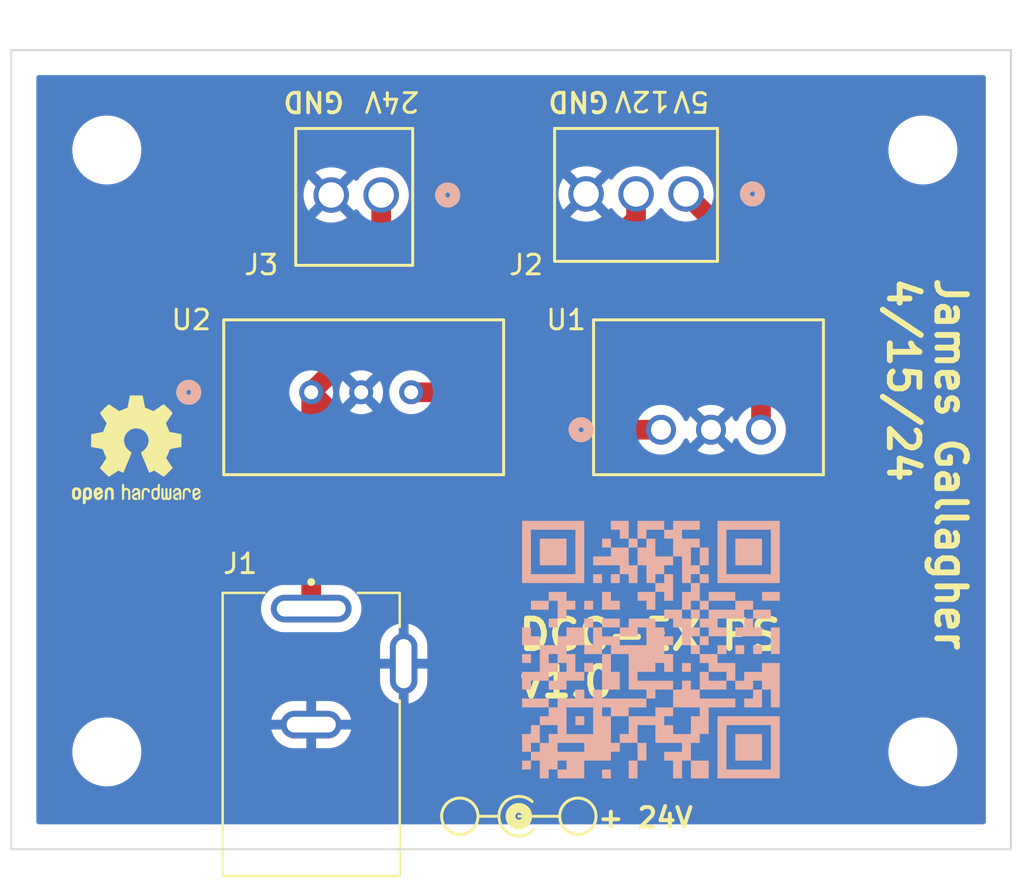
<source format=kicad_pcb>
(kicad_pcb (version 20240108) (generator "pcbnew") (generator_version "8.0")
  (layers (0 "F.Cu" signal) (31 "B.Cu" signal) (34 "B.Paste" user) (35 "F.Paste" user) (36 "B.SilkS" user "B.Silkscreen") (37 "F.SilkS" user "F.Silkscreen") (38 "B.Mask" user) (39 "F.Mask" user) (44 "Edge.Cuts" user))
  (net 0 "")
  (net 1 "Net-(U1-+VOUT)")
  (net 2 "GND")
  (net 3 "Net-(U2-+VOUT)")
  (net 4 "VCC")
  (footprint "Symbol:OSHW-Logo2_7.3x6mm_SilkScreen" (layer "F.Cu") (at 123.19 83.82)
    (property "Reference" "REF**" (hide yes))
    (property "Value" "OSHW-Logo2_7.3x6mm_SilkScreen" (hide yes))
  )
  (footprint "DCC-EX-PS:CONN3_OSTVN03A150_OST" (layer "F.Cu") (at 151.13 70.8128 180)
    (property "Reference" "J2" (at 8.128 -3.6092 0) (layer "F.SilkS"))
    (property "Value" "OSTVN03A150")
    (pad "1" thru_hole circle (at 0 0 180) (size 1.8034 1.8034) (drill 1.2954) (layers "*.Cu" "*.Mask") (net 1 "Net-(U1-+VOUT)"))
    (pad "2" thru_hole circle (at 2.54 0 180) (size 1.8034 1.8034) (drill 1.2954) (layers "*.Cu" "*.Mask") (net 3 "Net-(U2-+VOUT)"))
    (pad "3" thru_hole circle (at 5.08 0 180) (size 1.8034 1.8034) (drill 1.2954) (layers "*.Cu" "*.Mask") (net 2 "GND"))
  )
  (footprint "DCC-EX-PS:TSR0P5_TRP" (layer "F.Cu") (at 149.86 82.804)
    (property "Reference" "U1" (at -4.826 -5.588 0) (layer "F.SilkS"))
    (property "Value" "TSR 0.5-2450")
    (pad "1" thru_hole circle (at 0 0) (size 1.524 1.524) (drill 1.016) (layers "*.Cu" "*.Mask") (net 4 "VCC"))
    (pad "2" thru_hole circle (at 2.54 0) (size 1.524 1.524) (drill 1.016) (layers "*.Cu" "*.Mask") (net 2 "GND"))
    (pad "3" thru_hole circle (at 5.08 0) (size 1.524 1.524) (drill 1.016) (layers "*.Cu" "*.Mask") (net 1 "Net-(U1-+VOUT)"))
  )
  (footprint "MountingHole:MountingHole_3mm" (layer "F.Cu") (at 163.1696 99.187)
    (property "Reference" "H3" (hide yes))
    (property "Value" "MountingHole")
    (pad "" np_thru_hole circle (at 0 0) (size 3 3) (drill 3) (layers "*.Cu" "*.Mask"))
  )
  (footprint "MountingHole:MountingHole_3mm" (layer "F.Cu") (at 121.6914 68.58)
    (property "Reference" "H1" (hide yes))
    (property "Value" "MountingHole")
    (pad "" np_thru_hole circle (at 0 0) (size 3 3) (drill 3) (layers "*.Cu" "*.Mask"))
  )
  (footprint "MountingHole:MountingHole_3mm" (layer "F.Cu") (at 163.1696 68.58)
    (property "Reference" "H4" (hide yes))
    (property "Value" "MountingHole")
    (pad "" np_thru_hole circle (at 0 0) (size 3 3) (drill 3) (layers "*.Cu" "*.Mask"))
  )
  (footprint "Symbol:Symbol_Barrel_Polarity" (layer "F.Cu") (at 142.633 102.385)
    (property "Reference" "REF**" (hide yes))
    (property "Value" "Symbol_Barrel_Polarity" (hide yes))
  )
  (footprint "MountingHole:MountingHole_3mm" (layer "F.Cu") (at 121.6914 99.187)
    (property "Reference" "H2" (hide yes))
    (property "Value" "MountingHole")
    (pad "" np_thru_hole circle (at 0 0) (size 3 3) (drill 3) (layers "*.Cu" "*.Mask"))
  )
  (footprint "DCC-EX-PS:TENSILITY_54-00129" (layer "F.Cu") (at 132.08 97.799799)
    (property "Reference" "J1" (at -3.6068 -8.1866 0) (layer "F.SilkS"))
    (property "Value" "54-00129")
    (pad "A" thru_hole oval (at 0 -5.9) (size 4.1 1.4) (drill oval 3.5 0.8) (layers "*.Cu" "*.Mask") (net 4 "VCC"))
    (pad "B" thru_hole oval (at 0 0) (size 3.1 1.4) (drill oval 2.5 0.8) (layers "*.Cu" "*.Mask") (net 2 "GND"))
    (pad "C" thru_hole oval (at 4.7 -3.1) (size 1.4 3.1) (drill oval 0.8 2.5) (layers "*.Cu" "*.Mask") (net 2 "GND"))
  )
  (footprint "DCC-EX-PS:CONN_OSTVN02A150_OST" (layer "F.Cu") (at 135.636 70.866 180)
    (property "Reference" "J3" (at 6.096 -3.556 0) (layer "F.SilkS"))
    (property "Value" "OSTVN02A150")
    (pad "1" thru_hole circle (at 0 0 180) (size 1.8034 1.8034) (drill 1.2954) (layers "*.Cu" "*.Mask") (net 4 "VCC"))
    (pad "2" thru_hole circle (at 2.54 0 180) (size 1.8034 1.8034) (drill 1.2954) (layers "*.Cu" "*.Mask") (net 2 "GND"))
  )
  (footprint "DCC-EX-PS:TSR2-SINGLE_TRP" (layer "F.Cu") (at 132.08 80.899)
    (property "Reference" "U2" (at -6.096 -3.683 0) (layer "F.SilkS"))
    (property "Value" "TSR 2-24120")
    (pad "1" thru_hole circle (at 0 0) (size 1.2192 1.2192) (drill 0.7112) (layers "*.Cu" "*.Mask") (net 4 "VCC"))
    (pad "2" thru_hole circle (at 2.54 0) (size 1.2192 1.2192) (drill 0.7112) (layers "*.Cu" "*.Mask") (net 2 "GND"))
    (pad "3" thru_hole circle (at 5.08 0) (size 1.2192 1.2192) (drill 0.7112) (layers "*.Cu" "*.Mask") (net 3 "Net-(U2-+VOUT)"))
  )
  (footprint "DCC-EX-PS:DCC-EX-PS-QR-14x14" (layer "B.Cu") (at 149.352 93.98 180)
    (property "Reference" "G***" (hide yes))
    (property "Value" "LOGO" (hide yes))
  )
  (gr_line (start 116.84 63.5) (end 167.64 63.5) (stroke (width 0.1)) (layer "Edge.Cuts"))
  (gr_line (start 167.64 104.14) (end 116.84 104.14) (stroke (width 0.1)) (layer "Edge.Cuts"))
  (gr_line (start 167.64 63.5) (end 167.64 104.14) (stroke (width 0.1)) (layer "Edge.Cuts"))
  (gr_line (start 116.84 104.14) (end 116.84 63.5) (stroke (width 0.1)) (layer "Edge.Cuts"))
  (gr_text "24V" (at 137.668 65.532 180) (layer "F.SilkS") (effects (font (size 1 1)) (justify left bottom)))
  (gr_text "5V" (at 152.4 65.532 180) (layer "F.SilkS") (effects (font (size 1 1)) (justify left bottom)))
  (gr_text "GND" (at 147.32 65.532 180) (layer "F.SilkS") (effects (font (size 1 1) (thickness 0.1875)) (justify left bottom)))
  (gr_text "DCC-EX PS\nv1.0" (at 142.494 96.52 0) (layer "F.SilkS") (effects (font (size 1.5 1.5) (thickness 0.3) (bold yes)) (justify left bottom)))
  (gr_text "GND" (at 133.858 65.532 180) (layer "F.SilkS") (effects (font (size 1 1) (thickness 0.1875)) (justify left bottom)))
  (gr_text "12V" (at 150.368 65.512875 180) (layer "F.SilkS") (effects (font (size 1 1)) (justify left bottom)))
  (gr_text "+ 24V" (at 146.558 103.124 0) (layer "F.SilkS") (effects (font (size 1 1) (thickness 0.2) (bold yes)) (justify left bottom)))
  (gr_text "James Gallagher\n4/15/24" (at 161.29 74.93 -90) (layer "F.SilkS") (effects (font (size 1.5 1.5) (thickness 0.3) (bold yes)) (justify left bottom)))
  (segment (start 154.94 82.804) (end 154.94 74.6228) (width 1) (layer "F.Cu") (net 1))
  (segment (start 154.94 74.6228) (end 151.13 70.8128) (width 1) (layer "F.Cu") (net 1))
  (segment (start 148.59 72.087996) (end 148.59 70.8128) (width 1) (layer "F.Cu") (net 3))
  (segment (start 139.778996 80.899) (end 148.59 72.087996) (width 1) (layer "F.Cu") (net 3))
  (segment (start 137.16 80.899) (end 139.778996 80.899) (width 1) (layer "F.Cu") (net 3))
  (segment (start 132.08 80.899) (end 135.636 77.343) (width 1) (layer "F.Cu") (net 4))
  (segment (start 132.08 80.899) (end 132.08 91.899799) (width 1) (layer "F.Cu") (net 4))
  (segment (start 135.636 77.343) (end 135.636 70.866) (width 1) (layer "F.Cu") (net 4))
  (segment (start 132.08 80.899) (end 133.985 82.804) (width 1) (layer "F.Cu") (net 4))
  (segment (start 133.985 82.804) (end 149.86 82.804) (width 1) (layer "F.Cu") (net 4))
  (zone (net 2) (net_name "GND") (layer "B.Cu") (connect_pads (clearance 0.5)) (min_thickness 0.25) (fill yes (thermal_gap 0.5) (thermal_bridge_width 0.5))
    (polygon (pts (xy 118.11 64.77) (xy 166.37 64.77) (xy 166.37 102.87) (xy 118.11 102.87)))
  )
)
</source>
